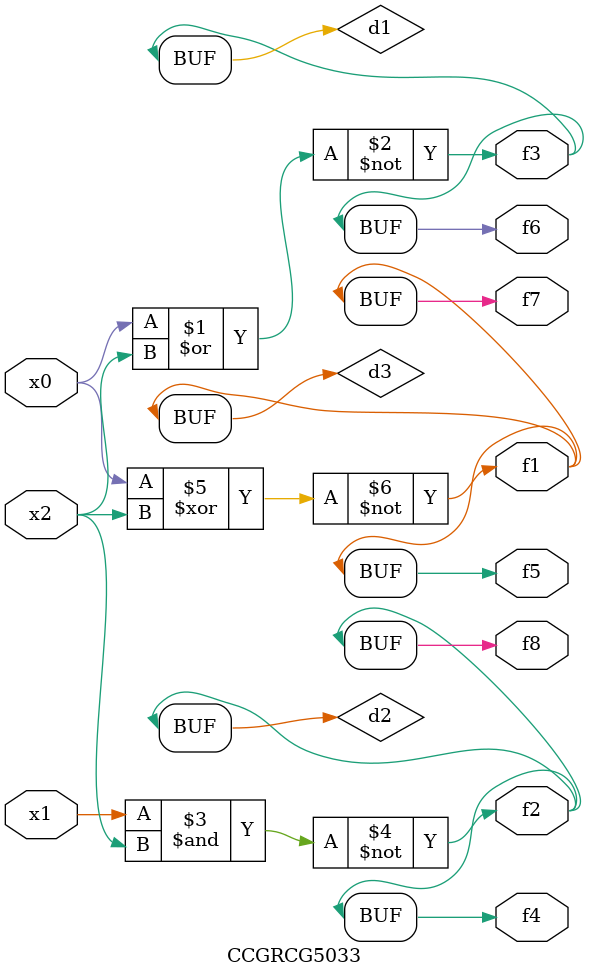
<source format=v>
module CCGRCG5033(
	input x0, x1, x2,
	output f1, f2, f3, f4, f5, f6, f7, f8
);

	wire d1, d2, d3;

	nor (d1, x0, x2);
	nand (d2, x1, x2);
	xnor (d3, x0, x2);
	assign f1 = d3;
	assign f2 = d2;
	assign f3 = d1;
	assign f4 = d2;
	assign f5 = d3;
	assign f6 = d1;
	assign f7 = d3;
	assign f8 = d2;
endmodule

</source>
